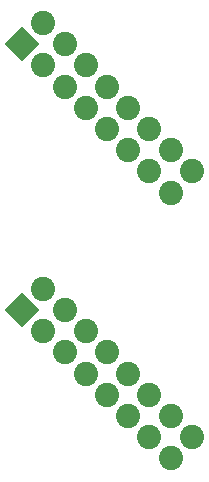
<source format=gts>
%FSLAX33Y33*%
%MOMM*%
%AMRect-W2049999-H2049999-RO1.750*
21,1,2.049999,2.049999,0.,0.,45*%
%ADD10C,2.049999*%
%ADD11Rect-W2049999-H2049999-RO1.750*%
D10*
%LNtop solder mask_traces*%
%LNtop solder mask component 6f45595ed46c503a*%
G01*
X14262Y43592D03*
X16058Y41796D03*
X17854Y40000D03*
X19650Y38204D03*
X21446Y36408D03*
X23242Y34612D03*
X25038Y32816D03*
X14262Y47184D03*
X16058Y45388D03*
X17854Y43592D03*
X19650Y41796D03*
X21446Y40000D03*
X23242Y38204D03*
X25038Y36408D03*
X26834Y34612D03*
D11*
X12466Y45388D03*
%LNtop solder mask component 0a00c536e324cf6a*%
D10*
X14262Y66092D03*
X16058Y64296D03*
X17854Y62500D03*
X19650Y60704D03*
X21446Y58908D03*
X23242Y57112D03*
X25038Y55316D03*
X14262Y69684D03*
X16058Y67888D03*
X17854Y66092D03*
X19650Y64296D03*
X21446Y62500D03*
X23242Y60704D03*
X25038Y58908D03*
X26834Y57112D03*
D11*
X12466Y67888D03*
M02*
</source>
